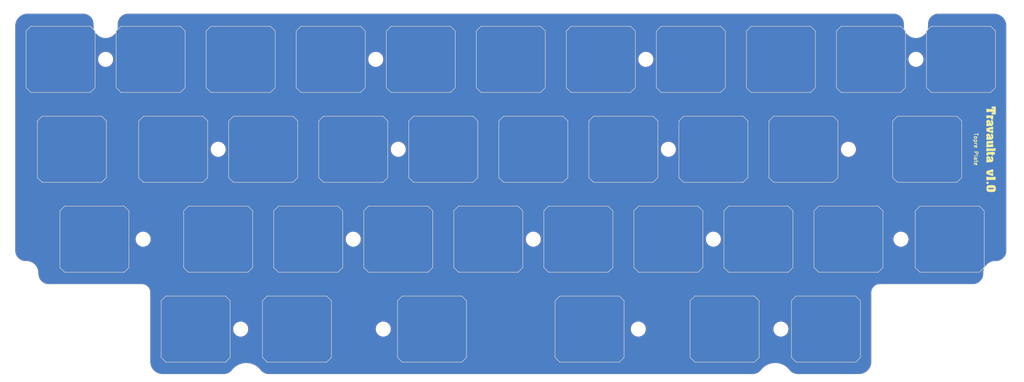
<source format=kicad_pcb>
(kicad_pcb (version 20221018) (generator pcbnew)
  (layers (0 "F.Cu" signal) (31 "B.Cu" signal) (34 "B.Paste" user) (35 "F.Paste" user) (36 "B.SilkS" user "B.Silkscreen") (37 "F.SilkS" user "F.Silkscreen") (38 "B.Mask" user) (39 "F.Mask" user) (44 "Edge.Cuts" user))
  (net 0 "")
  (net 1 "GND")
  (footprint "cipulot_parts:ecs_plate_cut_1U" (layer "F.Cu") (at 215.9 114.3)
    (fp_text reference "REF**")
    (fp_text value "Value " hide)
    (fp_line (start -7.3 -6) (end -7.3 6) (stroke (width 0.12)) (layer "Edge.Cuts"))
    (fp_line (start -7.3 6) (end -6.3 7) (stroke (width 0.12)) (layer "Edge.Cuts"))
    (fp_line (start -6.3 -7) (end -7.3 -6) (stroke (width 0.12)) (layer "Edge.Cuts"))
    (fp_line (start -6.3 7) (end 6.3 7) (stroke (width 0.12)) (layer "Edge.Cuts"))
    (fp_line (start 6.3 -7) (end -6.3 -7) (stroke (width 0.12)) (layer "Edge.Cuts"))
    (fp_line (start 6.3 -7) (end 7.3 -6) (stroke (width 0.12)) (layer "Edge.Cuts"))
    (fp_line (start 6.3 7) (end 7.3 6) (stroke (width 0.12)) (layer "Edge.Cuts"))
    (fp_line (start 7.3 6) (end 7.3 -6) (stroke (width 0.12)) (layer "Edge.Cuts"))
  )
  (footprint "cipulot_parts:HOLE_M2" (layer "F.Cu") (at 115.8875 95.25)
    (fp_text reference "H5" hide)
    (fp_text value "MountingHole" hide)
    (pad "" np_thru_hole circle (at 0 0) (size 2.2 2.2) (drill 2.2) (layers "*.Cu" "*.Mask" "F.SilkS") (clearance 0.5))
  )
  (footprint "cipulot_parts:ecs_plate_cut_1U" (layer "F.Cu") (at 220.6625 95.25)
    (fp_text reference "REF**")
    (fp_text value "Value " hide)
    (fp_line (start -7.3 -6) (end -7.3 6) (stroke (width 0.12)) (layer "Edge.Cuts"))
    (fp_line (start -7.3 6) (end -6.3 7) (stroke (width 0.12)) (layer "Edge.Cuts"))
    (fp_line (start -6.3 -7) (end -7.3 -6) (stroke (width 0.12)) (layer "Edge.Cuts"))
    (fp_line (start -6.3 7) (end 6.3 7) (stroke (width 0.12)) (layer "Edge.Cuts"))
    (fp_line (start 6.3 -7) (end -6.3 -7) (stroke (width 0.12)) (layer "Edge.Cuts"))
    (fp_line (start 6.3 -7) (end 7.3 -6) (stroke (width 0.12)) (layer "Edge.Cuts"))
    (fp_line (start 6.3 7) (end 7.3 6) (stroke (width 0.12)) (layer "Edge.Cuts"))
    (fp_line (start 7.3 6) (end 7.3 -6) (stroke (width 0.12)) (layer "Edge.Cuts"))
  )
  (footprint "cipulot_parts:ecs_plate_cut_1U" (layer "F.Cu") (at 132.555 114.3)
    (fp_text reference "REF**")
    (fp_text value "Value " hide)
    (fp_line (start -7.3 -6) (end -7.3 6) (stroke (width 0.12)) (layer "Edge.Cuts"))
    (fp_line (start -7.3 6) (end -6.3 7) (stroke (width 0.12)) (layer "Edge.Cuts"))
    (fp_line (start -6.3 -7) (end -7.3 -6) (stroke (width 0.12)) (layer "Edge.Cuts"))
    (fp_line (start -6.3 7) (end 6.3 7) (stroke (width 0.12)) (layer "Edge.Cuts"))
    (fp_line (start 6.3 -7) (end -6.3 -7) (stroke (width 0.12)) (layer "Edge.Cuts"))
    (fp_line (start 6.3 -7) (end 7.3 -6) (stroke (width 0.12)) (layer "Edge.Cuts"))
    (fp_line (start 6.3 7) (end 7.3 6) (stroke (width 0.12)) (layer "Edge.Cuts"))
    (fp_line (start 7.3 6) (end 7.3 -6) (stroke (width 0.12)) (layer "Edge.Cuts"))
  )
  (footprint "cipulot_parts:ecs_plate_cut_1U" (layer "F.Cu") (at 173.0375 76.2)
    (fp_text reference "REF**")
    (fp_text value "Value " hide)
    (fp_line (start -7.3 -6) (end -7.3 6) (stroke (width 0.12)) (layer "Edge.Cuts"))
    (fp_line (start -7.3 6) (end -6.3 7) (stroke (width 0.12)) (layer "Edge.Cuts"))
    (fp_line (start -6.3 -7) (end -7.3 -6) (stroke (width 0.12)) (layer "Edge.Cuts"))
    (fp_line (start -6.3 7) (end 6.3 7) (stroke (width 0.12)) (layer "Edge.Cuts"))
    (fp_line (start 6.3 -7) (end -6.3 -7) (stroke (width 0.12)) (layer "Edge.Cuts"))
    (fp_line (start 6.3 -7) (end 7.3 -6) (stroke (width 0.12)) (layer "Edge.Cuts"))
    (fp_line (start 6.3 7) (end 7.3 6) (stroke (width 0.12)) (layer "Edge.Cuts"))
    (fp_line (start 7.3 6) (end 7.3 -6) (stroke (width 0.12)) (layer "Edge.Cuts"))
  )
  (footprint "cipulot_parts:ecs_plate_cut_1U" (layer "F.Cu") (at 103.98 114.3)
    (fp_text reference "REF**")
    (fp_text value "Value " hide)
    (fp_line (start -7.3 -6) (end -7.3 6) (stroke (width 0.12)) (layer "Edge.Cuts"))
    (fp_line (start -7.3 6) (end -6.3 7) (stroke (width 0.12)) (layer "Edge.Cuts"))
    (fp_line (start -6.3 -7) (end -7.3 -6) (stroke (width 0.12)) (layer "Edge.Cuts"))
    (fp_line (start -6.3 7) (end 6.3 7) (stroke (width 0.12)) (layer "Edge.Cuts"))
    (fp_line (start 6.3 -7) (end -6.3 -7) (stroke (width 0.12)) (layer "Edge.Cuts"))
    (fp_line (start 6.3 -7) (end 7.3 -6) (stroke (width 0.12)) (layer "Edge.Cuts"))
    (fp_line (start 6.3 7) (end 7.3 6) (stroke (width 0.12)) (layer "Edge.Cuts"))
    (fp_line (start 7.3 6) (end 7.3 -6) (stroke (width 0.12)) (layer "Edge.Cuts"))
  )
  (footprint "cipulot_parts:ecs_plate_cut_1U" (layer "F.Cu") (at 115.8875 76.2)
    (fp_text reference "REF**")
    (fp_text value "Value " hide)
    (fp_line (start -7.3 -6) (end -7.3 6) (stroke (width 0.12)) (layer "Edge.Cuts"))
    (fp_line (start -7.3 6) (end -6.3 7) (stroke (width 0.12)) (layer "Edge.Cuts"))
    (fp_line (start -6.3 -7) (end -7.3 -6) (stroke (width 0.12)) (layer "Edge.Cuts"))
    (fp_line (start -6.3 7) (end 6.3 7) (stroke (width 0.12)) (layer "Edge.Cuts"))
    (fp_line (start 6.3 -7) (end -6.3 -7) (stroke (width 0.12)) (layer "Edge.Cuts"))
    (fp_line (start 6.3 -7) (end 7.3 -6) (stroke (width 0.12)) (layer "Edge.Cuts"))
    (fp_line (start 6.3 7) (end 7.3 6) (stroke (width 0.12)) (layer "Edge.Cuts"))
    (fp_line (start 7.3 6) (end 7.3 -6) (stroke (width 0.12)) (layer "Edge.Cuts"))
  )
  (footprint "cipulot_parts:ecs_plate_cut_1U" (layer "F.Cu") (at 82.55 114.3)
    (fp_text reference "REF**")
    (fp_text value "Value " hide)
    (fp_line (start -7.3 -6) (end -7.3 6) (stroke (width 0.12)) (layer "Edge.Cuts"))
    (fp_line (start -7.3 6) (end -6.3 7) (stroke (width 0.12)) (layer "Edge.Cuts"))
    (fp_line (start -6.3 -7) (end -7.3 -6) (stroke (width 0.12)) (layer "Edge.Cuts"))
    (fp_line (start -6.3 7) (end 6.3 7) (stroke (width 0.12)) (layer "Edge.Cuts"))
    (fp_line (start 6.3 -7) (end -6.3 -7) (stroke (width 0.12)) (layer "Edge.Cuts"))
    (fp_line (start 6.3 -7) (end 7.3 -6) (stroke (width 0.12)) (layer "Edge.Cuts"))
    (fp_line (start 6.3 7) (end 7.3 6) (stroke (width 0.12)) (layer "Edge.Cuts"))
    (fp_line (start 7.3 6) (end 7.3 -6) (stroke (width 0.12)) (layer "Edge.Cuts"))
  )
  (footprint "cipulot_parts:ecs_plate_cut_1U" (layer "F.Cu") (at 56.358 76.2)
    (fp_text reference "REF**")
    (fp_text value "Value " hide)
    (fp_line (start -7.3 -6) (end -7.3 6) (stroke (width 0.12)) (layer "Edge.Cuts"))
    (fp_line (start -7.3 6) (end -6.3 7) (stroke (width 0.12)) (layer "Edge.Cuts"))
    (fp_line (start -6.3 -7) (end -7.3 -6) (stroke (width 0.12)) (layer "Edge.Cuts"))
    (fp_line (start -6.3 7) (end 6.3 7) (stroke (width 0.12)) (layer "Edge.Cuts"))
    (fp_line (start 6.3 -7) (end -6.3 -7) (stroke (width 0.12)) (layer "Edge.Cuts"))
    (fp_line (start 6.3 -7) (end 7.3 -6) (stroke (width 0.12)) (layer "Edge.Cuts"))
    (fp_line (start 6.3 7) (end 7.3 6) (stroke (width 0.12)) (layer "Edge.Cuts"))
    (fp_line (start 7.3 6) (end 7.3 -6) (stroke (width 0.12)) (layer "Edge.Cuts"))
  )
  (footprint "cipulot_parts:ecs_plate_cut_1U" (layer "F.Cu") (at 77.7875 76.2)
    (fp_text reference "REF**")
    (fp_text value "Value " hide)
    (fp_line (start -7.3 -6) (end -7.3 6) (stroke (width 0.12)) (layer "Edge.Cuts"))
    (fp_line (start -7.3 6) (end -6.3 7) (stroke (width 0.12)) (layer "Edge.Cuts"))
    (fp_line (start -6.3 -7) (end -7.3 -6) (stroke (width 0.12)) (layer "Edge.Cuts"))
    (fp_line (start -6.3 7) (end 6.3 7) (stroke (width 0.12)) (layer "Edge.Cuts"))
    (fp_line (start 6.3 -7) (end -6.3 -7) (stroke (width 0.12)) (layer "Edge.Cuts"))
    (fp_line (start 6.3 -7) (end 7.3 -6) (stroke (width 0.12)) (layer "Edge.Cuts"))
    (fp_line (start 6.3 7) (end 7.3 6) (stroke (width 0.12)) (layer "Edge.Cuts"))
    (fp_line (start 7.3 6) (end 7.3 -6) (stroke (width 0.12)) (layer "Edge.Cuts"))
  )
  (footprint "cipulot_parts:ecs_plate_cut_1U" (layer "F.Cu") (at 237.33 76.2)
    (fp_text reference "REF**")
    (fp_text value "Value " hide)
    (fp_line (start -7.3 -6) (end -7.3 6) (stroke (width 0.12)) (layer "Edge.Cuts"))
    (fp_line (start -7.3 6) (end -6.3 7) (stroke (width 0.12)) (layer "Edge.Cuts"))
    (fp_line (start -6.3 -7) (end -7.3 -6) (stroke (width 0.12)) (layer "Edge.Cuts"))
    (fp_line (start -6.3 7) (end 6.3 7) (stroke (width 0.12)) (layer "Edge.Cuts"))
    (fp_line (start 6.3 -7) (end -6.3 -7) (stroke (width 0.12)) (layer "Edge.Cuts"))
    (fp_line (start 6.3 -7) (end 7.3 -6) (stroke (width 0.12)) (layer "Edge.Cuts"))
    (fp_line (start 6.3 7) (end 7.3 6) (stroke (width 0.12)) (layer "Edge.Cuts"))
    (fp_line (start 7.3 6) (end 7.3 -6) (stroke (width 0.12)) (layer "Edge.Cuts"))
  )
  (footprint "cipulot_parts:ecs_plate_cut_1U" (layer "F.Cu") (at 130.175 57.15)
    (fp_text reference "REF**")
    (fp_text value "Value " hide)
    (fp_line (start -7.3 -6) (end -7.3 6) (stroke (width 0.12)) (layer "Edge.Cuts"))
    (fp_line (start -7.3 6) (end -6.3 7) (stroke (width 0.12)) (layer "Edge.Cuts"))
    (fp_line (start -6.3 -7) (end -7.3 -6) (stroke (width 0.12)) (layer "Edge.Cuts"))
    (fp_line (start -6.3 7) (end 6.3 7) (stroke (width 0.12)) (layer "Edge.Cuts"))
    (fp_line (start 6.3 -7) (end -6.3 -7) (stroke (width 0.12)) (layer "Edge.Cuts"))
    (fp_line (start 6.3 -7) (end 7.3 -6) (stroke (width 0.12)) (layer "Edge.Cuts"))
    (fp_line (start 6.3 7) (end 7.3 6) (stroke (width 0.12)) (layer "Edge.Cuts"))
    (fp_line (start 7.3 6) (end 7.3 -6) (stroke (width 0.12)) (layer "Edge.Cuts"))
  )
  (footprint "cipulot_parts:ecs_plate_cut_1U" (layer "F.Cu") (at 165.892 114.3)
    (fp_text reference "REF**")
    (fp_text value "Value " hide)
    (fp_line (start -7.3 -6) (end -7.3 6) (stroke (width 0.12)) (layer "Edge.Cuts"))
    (fp_line (start -7.3 6) (end -6.3 7) (stroke (width 0.12)) (layer "Edge.Cuts"))
    (fp_line (start -6.3 -7) (end -7.3 -6) (stroke (width 0.12)) (layer "Edge.Cuts"))
    (fp_line (start -6.3 7) (end 6.3 7) (stroke (width 0.12)) (layer "Edge.Cuts"))
    (fp_line (start 6.3 -7) (end -6.3 -7) (stroke (width 0.12)) (layer "Edge.Cuts"))
    (fp_line (start 6.3 -7) (end 7.3 -6) (stroke (width 0.12)) (layer "Edge.Cuts"))
    (fp_line (start 6.3 7) (end 7.3 6) (stroke (width 0.12)) (layer "Edge.Cuts"))
    (fp_line (start 7.3 6) (end 7.3 -6) (stroke (width 0.12)) (layer "Edge.Cuts"))
  )
  (footprint "" (layer "F.Cu") (at 176.2125 114.3)
    (fp_text reference "" (at 0 0) (layer "F.SilkS") (effects (font (size 1.27 1.27))))
    (fp_text value "" (at 0 0) (layer "F.SilkS") (effects (font (size 1.27 1.27))))
    (pad "" np_thru_hole circle (at 0 0) (size 2.2 2.2) (drill 2.2) (layers "*.Cu" "*.Mask" "F.SilkS") (clearance 0.5))
  )
  (footprint "cipulot_parts:ecs_plate_cut_1U" (layer "F.Cu") (at 201.6125 95.25)
    (fp_text reference "REF**")
    (fp_text value "Value " hide)
    (fp_line (start -7.3 -6) (end -7.3 6) (stroke (width 0.12)) (layer "Edge.Cuts"))
    (fp_line (start -7.3 6) (end -6.3 7) (stroke (width 0.12)) (layer "Edge.Cuts"))
    (fp_line (start -6.3 -7) (end -7.3 -6) (stroke (width 0.12)) (layer "Edge.Cuts"))
    (fp_line (start -6.3 7) (end 6.3 7) (stroke (width 0.12)) (layer "Edge.Cuts"))
    (fp_line (start 6.3 -7) (end -6.3 -7) (stroke (width 0.12)) (layer "Edge.Cuts"))
    (fp_line (start 6.3 -7) (end 7.3 -6) (stroke (width 0.12)) (layer "Edge.Cuts"))
    (fp_line (start 6.3 7) (end 7.3 6) (stroke (width 0.12)) (layer "Edge.Cuts"))
    (fp_line (start 7.3 6) (end 7.3 -6) (stroke (width 0.12)) (layer "Edge.Cuts"))
  )
  (footprint "cipulot_parts:ecs_plate_cut_1U" (layer "F.Cu") (at 225.425 57.15)
    (fp_text reference "REF**")
    (fp_text value "Value " hide)
    (fp_line (start -7.3 -6) (end -7.3 6) (stroke (width 0.12)) (layer "Edge.Cuts"))
    (fp_line (start -7.3 6) (end -6.3 7) (stroke (width 0.12)) (layer "Edge.Cuts"))
    (fp_line (start -6.3 -7) (end -7.3 -6) (stroke (width 0.12)) (layer "Edge.Cuts"))
    (fp_line (start -6.3 7) (end 6.3 7) (stroke (width 0.12)) (layer "Edge.Cuts"))
    (fp_line (start 6.3 -7) (end -6.3 -7) (stroke (width 0.12)) (layer "Edge.Cuts"))
    (fp_line (start 6.3 -7) (end 7.3 -6) (stroke (width 0.12)) (layer "Edge.Cuts"))
    (fp_line (start 6.3 7) (end 7.3 6) (stroke (width 0.12)) (layer "Edge.Cuts"))
    (fp_line (start 7.3 6) (end 7.3 -6) (stroke (width 0.12)) (layer "Edge.Cuts"))
  )
  (footprint "cipulot_parts:ecs_plate_cut_1U" (layer "F.Cu") (at 87.3125 95.25)
    (fp_text reference "REF**")
    (fp_text value "Value " hide)
    (fp_line (start -7.3 -6) (end -7.3 6) (stroke (width 0.12)) (layer "Edge.Cuts"))
    (fp_line (start -7.3 6) (end -6.3 7) (stroke (width 0.12)) (layer "Edge.Cuts"))
    (fp_line (start -6.3 -7) (end -7.3 -6) (stroke (width 0.12)) (layer "Edge.Cuts"))
    (fp_line (start -6.3 7) (end 6.3 7) (stroke (width 0.12)) (layer "Edge.Cuts"))
    (fp_line (start 6.3 -7) (end -6.3 -7) (stroke (width 0.12)) (layer "Edge.Cuts"))
    (fp_line (start 6.3 -7) (end 7.3 -6) (stroke (width 0.12)) (layer "Edge.Cuts"))
    (fp_line (start 6.3 7) (end 7.3 6) (stroke (width 0.12)) (layer "Edge.Cuts"))
    (fp_line (start 7.3 6) (end 7.3 -6) (stroke (width 0.12)) (layer "Edge.Cuts"))
  )
  (footprint "" (layer "F.Cu") (at 71.4375 95.25)
    (fp_text reference "" (at 0 0) (layer "F.SilkS") (effects (font (size 1.27 1.27))))
    (fp_text value "" (at 0 0) (layer "F.SilkS") (effects (font (size 1.27 1.27))))
    (pad "" np_thru_hole circle (at 0 0) (size 2.2 2.2) (drill 2.2) (layers "*.Cu" "*.Mask" "F.SilkS") (clearance 0.5))
  )
  (footprint "" (layer "F.Cu") (at 92.075 114.3)
    (fp_text reference "" (at 0 0) (layer "F.SilkS") (effects (font (size 1.27 1.27))))
    (fp_text value "" (at 0 0) (layer "F.SilkS") (effects (font (size 1.27 1.27))))
    (pad "" np_thru_hole circle (at 0 0) (size 2.2 2.2) (drill 2.2) (layers "*.Cu" "*.Mask" "F.SilkS") (clearance 0.5))
  )
  (footprint "" (layer "F.Cu") (at 206.375 114.3)
    (fp_text reference "" (at 0 0) (layer "F.SilkS") (effects (font (size 1.27 1.27))))
    (fp_text value "" (at 0 0) (layer "F.SilkS") (effects (font (size 1.27 1.27))))
    (pad "" np_thru_hole circle (at 0 0) (size 2.2 2.2) (drill 2.2) (layers "*.Cu" "*.Mask" "F.SilkS") (clearance 0.5))
  )
  (footprint "cipulot_parts:ecs_plate_cut_1U" (layer "F.Cu") (at 168.275 57.15)
    (fp_text reference "REF**")
    (fp_text value "Value " hide)
    (fp_line (start -7.3 -6) (end -7.3 6) (stroke (width 0.12)) (layer "Edge.Cuts"))
    (fp_line (start -7.3 6) (end -6.3 7) (stroke (width 0.12)) (layer "Edge.Cuts"))
    (fp_line (start -6.3 -7) (end -7.3 -6) (stroke (width 0.12)) (layer "Edge.Cuts"))
    (fp_line (start -6.3 7) (end 6.3 7) (stroke (width 0.12)) (layer "Edge.Cuts"))
    (fp_line (start 6.3 -7) (end -6.3 -7) (stroke (width 0.12)) (layer "Edge.Cuts"))
    (fp_line (start 6.3 -7) (end 7.3 -6) (stroke (width 0.12)) (layer "Edge.Cuts"))
    (fp_line (start 6.3 7) (end 7.3 6) (stroke (width 0.12)) (layer "Edge.Cuts"))
    (fp_line (start 7.3 6) (end 7.3 -6) (stroke (width 0.12)) (layer "Edge.Cuts"))
  )
  (footprint "cipulot_parts:ecs_plate_cut_1U" (layer "F.Cu") (at 144.4625 95.25)
    (fp_text reference "REF**")
    (fp_text value "Value " hide)
    (fp_line (start -7.3 -6) (end -7.3 6) (stroke (width 0.12)) (layer "Edge.Cuts"))
    (fp_line (start -7.3 6) (end -6.3 7) (stroke (width 0.12)) (layer "Edge.Cuts"))
    (fp_line (start -6.3 -7) (end -7.3 -6) (stroke (width 0.12)) (layer "Edge.Cuts"))
    (fp_line (start -6.3 7) (end 6.3 7) (stroke (width 0.12)) (layer "Edge.Cuts"))
    (fp_line (start 6.3 -7) (end -6.3 -7) (stroke (width 0.12)) (layer "Edge.Cuts"))
    (fp_line (start 6.3 -7) (end 7.3 -6) (stroke (width 0.12)) (layer "Edge.Cuts"))
    (fp_line (start 6.3 7) (end 7.3 6) (stroke (width 0.12)) (layer "Edge.Cuts"))
    (fp_line (start 7.3 6) (end 7.3 -6) (stroke (width 0.12)) (layer "Edge.Cuts"))
  )
  (footprint "cipulot_parts:ecs_plate_cut_1U" (layer "F.Cu") (at 125.4125 95.25)
    (fp_text reference "REF**")
    (fp_text value "Value " hide)
    (fp_line (start -7.3 -6) (end -7.3 6) (stroke (width 0.12)) (layer "Edge.Cuts"))
    (fp_line (start -7.3 6) (end -6.3 7) (stroke (width 0.12)) (layer "Edge.Cuts"))
    (fp_line (start -6.3 -7) (end -7.3 -6) (stroke (width 0.12)) (layer "Edge.Cuts"))
    (fp_line (start -6.3 7) (end 6.3 7) (stroke (width 0.12)) (layer "Edge.Cuts"))
    (fp_line (start 6.3 -7) (end -6.3 -7) (stroke (width 0.12)) (layer "Edge.Cuts"))
    (fp_line (start 6.3 -7) (end 7.3 -6) (stroke (width 0.12)) (layer "Edge.Cuts"))
    (fp_line (start 6.3 7) (end 7.3 6) (stroke (width 0.12)) (layer "Edge.Cuts"))
    (fp_line (start 7.3 6) (end 7.3 -6) (stroke (width 0.12)) (layer "Edge.Cuts"))
  )
  (footprint "cipulot_parts:ecs_plate_cut_1U" (layer "F.Cu") (at 53.975 57.15)
    (fp_text reference "REF**")
    (fp_text value "Value " hide)
    (fp_line (start -7.3 -6) (end -7.3 6) (stroke (width 0.12)) (layer "Edge.Cuts"))
    (fp_line (start -7.3 6) (end -6.3 7) (stroke (width 0.12)) (layer "Edge.Cuts"))
    (fp_line (start -6.3 -7) (end -7.3 -6) (stroke (width 0.12)) (layer "Edge.Cuts"))
    (fp_line (start -6.3 7) (end 6.3 7) (stroke (width 0.12)) (layer "Edge.Cuts"))
    (fp_line (start 6.3 -7) (end -6.3 -7) (stroke (width 0.12)) (layer "Edge.Cuts"))
    (fp_line (start 6.3 -7) (end 7.3 -6) (stroke (width 0.12)) (layer "Edge.Cuts"))
    (fp_line (start 6.3 7) (end 7.3 6) (stroke (width 0.12)) (layer "Edge.Cuts"))
    (fp_line (start 7.3 6) (end 7.3 -6) (stroke (width 0.12)) (layer "Edge.Cuts"))
  )
  (footprint "cipulot_parts:ecs_plate_cut_1U" (layer "F.Cu") (at 211.1375 76.2)
    (fp_text reference "REF**")
    (fp_text value "Value " hide)
    (fp_line (start -7.3 -6) (end -7.3 6) (stroke (width 0.12)) (layer "Edge.Cuts"))
    (fp_line (start -7.3 6) (end -6.3 7) (stroke (width 0.12)) (layer "Edge.Cuts"))
    (fp_line (start -6.3 -7) (end -7.3 -6) (stroke (width 0.12)) (layer "Edge.Cuts"))
    (fp_line (start -6.3 7) (end 6.3 7) (stroke (width 0.12)) (layer "Edge.Cuts"))
    (fp_line (start 6.3 -7) (end -6.3 -7) (stroke (width 0.12)) (layer "Edge.Cuts"))
    (fp_line (start 6.3 -7) (end 7.3 -6) (stroke (width 0.12)) (layer "Edge.Cuts"))
    (fp_line (start 6.3 7) (end 7.3 6) (stroke (width 0.12)) (layer "Edge.Cuts"))
    (fp_line (start 7.3 6) (end 7.3 -6) (stroke (width 0.12)) (layer "Edge.Cuts"))
  )
  (footprint "cipulot_parts:ecs_plate_cut_1U" (layer "F.Cu") (at 96.8375 76.2)
    (fp_text reference "REF**")
    (fp_text value "Value " hide)
    (fp_line (start -7.3 -6) (end -7.3 6) (stroke (width 0.12)) (layer "Edge.Cuts"))
    (fp_line (start -7.3 6) (end -6.3 7) (stroke (width 0.12)) (layer "Edge.Cuts"))
    (fp_line (start -6.3 -7) (end -7.3 -6) (stroke (width 0.12)) (layer "Edge.Cuts"))
    (fp_line (start -6.3 7) (end 6.3 7) (stroke (width 0.12)) (layer "Edge.Cuts"))
    (fp_line (start 6.3 -7) (end -6.3 -7) (stroke (width 0.12)) (layer "Edge.Cuts"))
    (fp_line (start 6.3 -7) (end 7.3 -6) (stroke (width 0.12)) (layer "Edge.Cuts"))
    (fp_line (start 6.3 7) (end 7.3 6) (stroke (width 0.12)) (layer "Edge.Cuts"))
    (fp_line (start 7.3 6) (end 7.3 -6) (stroke (width 0.12)) (layer "Edge.Cuts"))
  )
  (footprint "cipulot_parts:ecs_plate_cut_1U" (layer "F.Cu") (at 163.5125 95.25)
    (fp_text reference "REF**")
    (fp_text value "Value " hide)
    (fp_line (start -7.3 -6) (end -7.3 6) (stroke (width 0.12)) (layer "Edge.Cuts"))
    (fp_line (start -7.3 6) (end -6.3 7) (stroke (width 0.12)) (layer "Edge.Cuts"))
    (fp_line (start -6.3 -7) (end -7.3 -6) (stroke (width 0.12)) (layer "Edge.Cuts"))
    (fp_line (start -6.3 7) (end 6.3 7) (stroke (width 0.12)) (layer "Edge.Cuts"))
    (fp_line (start 6.3 -7) (end -6.3 -7) (stroke (width 0.12)) (layer "Edge.Cuts"))
    (fp_line (start 6.3 -7) (end 7.3 -6) (stroke (width 0.12)) (layer "Edge.Cuts"))
    (fp_line (start 6.3 7) (end 7.3 6) (stroke (width 0.12)) (layer "Edge.Cuts"))
    (fp_line (start 7.3 6) (end 7.3 -6) (stroke (width 0.12)) (layer "Edge.Cuts"))
  )
  (footprint "cipulot_parts:ecs_plate_cut_1U" (layer "F.Cu") (at 192.0875 76.2)
    (fp_text reference "REF**")
    (fp_text value "Value " hide)
    (fp_line (start -7.3 -6) (end -7.3 6) (stroke (width 0.12)) (layer "Edge.Cuts"))
    (fp_line (start -7.3 6) (end -6.3 7) (stroke (width 0.12)) (layer "Edge.Cuts"))
    (fp_line (start -6.3 -7) (end -7.3 -6) (stroke (width 0.12)) (layer "Edge.Cuts"))
    (fp_line (start -6.3 7) (end 6.3 7) (stroke (width 0.12)) (layer "Edge.Cuts"))
    (fp_line (start 6.3 -7) (end -6.3 -7) (stroke (width 0.12)) (layer "Edge.Cuts"))
    (fp_line (start 6.3 -7) (end 7.3 -6) (stroke (width 0.12)) (layer "Edge.Cuts"))
    (fp_line (start 6.3 7) (end 7.3 6) (stroke (width 0.12)) (layer "Edge.Cuts"))
    (fp_line (start 7.3 6) (end 7.3 -6) (stroke (width 0.12)) (layer "Edge.Cuts"))
  )
  (footprint "" (layer "F.Cu") (at 177.8 57.15)
    (fp_text reference "" (at 0 0) (layer "F.SilkS") (effects (font (size 1.27 1.27))))
    (fp_text value "" (at 0 0) (layer "F.SilkS") (effects (font (size 1.27 1.27))))
    (pad "" np_thru_hole circle (at 0 0) (size 2.2 2.2) (drill 2.2) (layers "*.Cu" "*.Mask" "F.SilkS") (clearance 0.5))
  )
  (footprint "cipulot_parts:ecs_plate_cut_1U" (layer "F.Cu") (at 111.125 57.15)
    (fp_text reference "REF**")
    (fp_text value "Value " hide)
    (fp_line (start -7.3 -6) (end -7.3 6) (stroke (width 0.12)) (layer "Edge.Cuts"))
    (fp_line (start -7.3 6) (end -6.3 7) (stroke (width 0.12)) (layer "Edge.Cuts"))
    (fp_line (start -6.3 -7) (end -7.3 -6) (stroke (width 0.12)) (layer "Edge.Cuts"))
    (fp_line (start -6.3 7) (end 6.3 7) (stroke (width 0.12)) (layer "Edge.Cuts"))
    (fp_line (start 6.3 -7) (end -6.3 -7) (stroke (width 0.12)) (layer "Edge.Cuts"))
    (fp_line (start 6.3 -7) (end 7.3 -6) (stroke (width 0.12)) (layer "Edge.Cuts"))
    (fp_line (start 6.3 7) (end 7.3 6) (stroke (width 0.12)) (layer "Edge.Cuts"))
    (fp_line (start 7.3 6) (end 7.3 -6) (stroke (width 0.12)) (layer "Edge.Cuts"))
  )
  (footprint "" (layer "F.Cu") (at 122.2375 114.3)
    (fp_text reference "" (at 0 0) (layer "F.SilkS") (effects (font (size 1.27 1.27))))
    (fp_text value "" (at 0 0) (layer "F.SilkS") (effects (font (size 1.27 1.27))))
    (pad "" np_thru_hole circle (at 0 0) (size 2.2 2.2) (drill 2.2) (layers "*.Cu" "*.Mask" "F.SilkS") (clearance 0.5))
  )
  (footprint "cipulot_parts:ecs_plate_cut_1U" (layer "F.Cu") (at 182.5625 95.25)
    (fp_text reference "REF**")
    (fp_text value "Value " hide)
    (fp_line (start -7.3 -6) (end -7.3 6) (stroke (width 0.12)) (layer "Edge.Cuts"))
    (fp_line (start -7.3 6) (end -6.3 7) (stroke (width 0.12)) (layer "Edge.Cuts"))
    (fp_line (start -6.3 -7) (end -7.3 -6) (stroke (width 0.12)) (layer "Edge.Cuts"))
    (fp_line (start -6.3 7) (end 6.3 7) (stroke (width 0.12)) (layer "Edge.Cuts"))
    (fp_line (start 6.3 -7) (end -6.3 -7) (stroke (width 0.12)) (layer "Edge.Cuts"))
    (fp_line (start 6.3 -7) (end 7.3 -6) (stroke (width 0.12)) (layer "Edge.Cuts"))
    (fp_line (start 6.3 7) (end 7.3 6) (stroke (width 0.12)) (layer "Edge.Cuts"))
    (fp_line (start 7.3 6) (end 7.3 -6) (stroke (width 0.12)) (layer "Edge.Cuts"))
  )
  (footprint "cipulot_parts:ecs_plate_cut_1U" (layer "F.Cu") (at 187.325 57.15)
    (fp_text reference "REF**")
    (fp_text value "Value " hide)
    (fp_line (start -7.3 -6) (end -7.3 6) (stroke (width 0.12)) (layer "Edge.Cuts"))
    (fp_line (start -7.3 6) (end -6.3 7) (stroke (width 0.12)) (layer "Edge.Cuts"))
    (fp_line (start -6.3 -7) (end -7.3 -6) (stroke (width 0.12)) (layer "Edge.Cuts"))
    (fp_line (start -6.3 7) (end 6.3 7) (stroke (width 0.12)) (layer "Edge.Cuts"))
    (fp_line (start 6.3 -7) (end -6.3 -7) (stroke (width 0.12)) (layer "Edge.Cuts"))
    (fp_line (start 6.3 -7) (end 7.3 -6) (stroke (width 0.12)) (layer "Edge.Cuts"))
    (fp_line (start 6.3 7) (end 7.3 6) (stroke (width 0.12)) (layer "Edge.Cuts"))
    (fp_line (start 7.3 6) (end 7.3 -6) (stroke (width 0.12)) (layer "Edge.Cuts"))
  )
  (footprint "" (layer "F.Cu") (at 192.0875 95.25)
    (fp_text reference "" (at 0 0) (layer "F.SilkS") (effects (font (size 1.27 1.27))))
    (fp_text value "" (at 0 0) (layer "F.SilkS") (effects (font (size 1.27 1.27))))
    (pad "" np_thru_hole circle (at 0 0) (size 2.2 2.2) (drill 2.2) (layers "*.Cu" "*.Mask" "F.SilkS") (clearance 0.5))
  )
  (footprint "" (layer "F.Cu") (at 120.65 57.15)
    (fp_text reference "" (at 0 0) (layer "F.SilkS") (effects (font (size 1.27 1.27))))
    (fp_text value "" (at 0 0) (layer "F.SilkS") (effects (font (size 1.27 1.27))))
    (pad "" np_thru_hole circle (at 0 0) (size 2.2 2.2) (drill 2.2) (layers "*.Cu" "*.Mask" "F.SilkS") (clearance 0.5))
  )
  (footprint "LOGO" (layer "F.Cu") (at 250.825 76.2 -90)
    (fp_text reference "G***" hide)
    (fp_text value "LOGO" hide)
  )
  (footprint "" (layer "F.Cu") (at 220.6625 76.2)
    (fp_text reference "" (at 0 0) (layer "F.SilkS") (effects (font (size 1.27 1.27))))
    (fp_text value "" (at 0 0) (layer "F.SilkS") (effects (font (size 1.27 1.27))))
    (pad "" np_thru_hole circle (at 0 0) (size 2.2 2.2) (drill 2.2) (layers "*.Cu" "*.Mask" "F.SilkS") (clearance 0.5))
  )
  (footprint "" (layer "F.Cu") (at 63.5 57.15)
    (fp_text reference "" (at 0 0) (layer "F.SilkS") (effects (font (size 1.27 1.27))))
    (fp_text value "" (at 0 0) (layer "F.SilkS") (effects (font (size 1.27 1.27))))
    (pad "" np_thru_hole circle (at 0 0) (size 2.2 2.2) (drill 2.2) (layers "*.Cu" "*.Mask" "F.SilkS") (clearance 0.5))
  )
  (footprint "cipulot_parts:ecs_plate_cut_1U" (layer "F.Cu") (at 194.47 114.3)
    (fp_text reference "REF**")
    (fp_text value "Value " hide)
    (fp_line (start -7.3 -6) (end -7.3 6) (stroke (width 0.12)) (layer "Edge.Cuts"))
    (fp_line (start -7.3 6) (end -6.3 7) (stroke (width 0.12)) (layer "Edge.Cuts"))
    (fp_line (start -6.3 -7) (end -7.3 -6) (stroke (width 0.12)) (layer "Edge.Cuts"))
    (fp_line (start -6.3 7) (end 6.3 7) (stroke (width 0.12)) (layer "Edge.Cuts"))
    (fp_line (start 6.3 -7) (end -6.3 -7) (stroke (width 0.12)) (layer "Edge.Cuts"))
    (fp_line (start 6.3 -7) (end 7.3 -6) (stroke (width 0.12)) (layer "Edge.Cuts"))
    (fp_line (start 6.3 7) (end 7.3 6) (stroke (width 0.12)) (layer "Edge.Cuts"))
    (fp_line (start 7.3 6) (end 7.3 -6) (stroke (width 0.12)) (layer "Edge.Cuts"))
  )
  (footprint "cipulot_parts:ecs_plate_cut_1U" (layer "F.Cu") (at 244.475 57.15)
    (fp_text reference "REF**")
    (fp_text value "Value " hide)
    (fp_line (start -7.3 -6) (end -7.3 6) (stroke (width 0.12)) (layer "Edge.Cuts"))
    (fp_line (start -7.3 6) (end -6.3 7) (stroke (width 0.12)) (layer "Edge.Cuts"))
    (fp_line (start -6.3 -7) (end -7.3 -6) (stroke (width 0.12)) (layer "Edge.Cuts"))
    (fp_line (start -6.3 7) (end 6.3 7) (stroke (width 0.12)) (layer "Edge.Cuts"))
    (fp_line (start 6.3 -7) (end -6.3 -7) (stroke (width 0.12)) (layer "Edge.Cuts"))
    (fp_line (start 6.3 -7) (end 7.3 -6) (stroke (width 0.12)) (layer "Edge.Cuts"))
    (fp_line (start 6.3 7) (end 7.3 6) (stroke (width 0.12)) (layer "Edge.Cuts"))
    (fp_line (start 7.3 6) (end 7.3 -6) (stroke (width 0.12)) (layer "Edge.Cuts"))
  )
  (footprint "cipulot_parts:ecs_plate_cut_1U" (layer "F.Cu") (at 149.225 57.15)
    (fp_text reference "REF**")
    (fp_text value "Value " hide)
    (fp_line (start -7.3 -6) (end -7.3 6) (stroke (width 0.12)) (layer "Edge.Cuts"))
    (fp_line (start -7.3 6) (end -6.3 7) (stroke (width 0.12)) (layer "Edge.Cuts"))
    (fp_line (start -6.3 -7) (end -7.3 -6) (stroke (width 0.12)) (layer "Edge.Cuts"))
    (fp_line (start -6.3 7) (end 6.3 7) (stroke (width 0.12)) (layer "Edge.Cuts"))
    (fp_line (start 6.3 -7) (end -6.3 -7) (stroke (width 0.12)) (layer "Edge.Cuts"))
    (fp_line (start 6.3 -7) (end 7.3 -6) (stroke (width 0.12)) (layer "Edge.Cuts"))
    (fp_line (start 6.3 7) (end 7.3 6) (stroke (width 0.12)) (layer "Edge.Cuts"))
    (fp_line (start 7.3 6) (end 7.3 -6) (stroke (width 0.12)) (layer "Edge.Cuts"))
  )
  (footprint "cipulot_parts:ecs_plate_cut_1U" (layer "F.Cu") (at 61.12 95.25)
    (fp_text reference "REF**")
    (fp_text value "Value " hide)
    (fp_line (start -7.3 -6) (end -7.3 6) (stroke (width 0.12)) (layer "Edge.Cuts"))
    (fp_line (start -7.3 6) (end -6.3 7) (stroke (width 0.12)) (layer "Edge.Cuts"))
    (fp_line (start -6.3 -7) (end -7.3 -6) (stroke (width 0.12)) (layer "Edge.Cuts"))
    (fp_line (start -6.3 7) (end 6.3 7) (stroke (width 0.12)) (layer "Edge.Cuts"))
    (fp_line (start 6.3 -7) (end -6.3 -7) (stroke (width 0.12)) (layer "Edge.Cuts"))
    (fp_line (start 6.3 -7) (end 7.3 -6) (stroke (width 0.12)) (layer "Edge.Cuts"))
    (fp_line (start 6.3 7) (end 7.3 6) (stroke (width 0.12)) (layer "Edge.Cuts"))
    (fp_line (start 7.3 6) (end 7.3 -6) (stroke (width 0.12)) (layer "Edge.Cuts"))
  )
  (footprint "" (layer "F.Cu") (at 153.9875 95.25)
    (fp_text reference "" (at 0 0) (layer "F.SilkS") (effects (font (size 1.27 1.27))))
    (fp_text value "" (at 0 0) (layer "F.SilkS") (effects (font (size 1.27 1.27))))
    (pad "" np_thru_hole circle (at 0 0) (size 2.2 2.2) (drill 2.2) (layers "*.Cu" "*.Mask" "F.SilkS") (clearance 0.5))
  )
  (footprint "" (layer "F.Cu") (at 87.3125 76.2)
    (fp_text reference "" (at 0 0) (layer "F.SilkS") (effects (font (size 1.27 1.27))))
    (fp_text value "" (at 0 0) (layer "F.SilkS") (effects (font (size 1.27 1.27))))
    (pad "" np_thru_hole circle (at 0 0) (size 2.2 2.2) (drill 2.2) (layers "*.Cu" "*.Mask" "F.SilkS") (clearance 0.5))
  )
  (footprint "cipulot_parts:ecs_plate_cut_1U" (layer "F.Cu") (at 92.075 57.15)
    (fp_text reference "REF**")
    (fp_text value "Value " hide)
    (fp_line (start -7.3 -6) (end -7.3 6) (stroke (width 0.12)) (layer "Edge.Cuts"))
    (fp_line (start -7.3 6) (end -6.3 7) (stroke (width 0.12)) (layer "Edge.Cuts"))
    (fp_line (start -6.3 -7) (end -7.3 -6) (stroke (width 0.12)) (layer "Edge.Cuts"))
    (fp_line (start -6.3 7) (end 6.3 7) (stroke (width 0.12)) (layer "Edge.Cuts"))
    (fp_line (start 6.3 -7) (end -6.3 -7) (stroke (width 0.12)) (layer "Edge.Cuts"))
    (fp_line (start 6.3 -7) (end 7.3 -6) (stroke (width 0.12)) (layer "Edge.Cuts"))
    (fp_line (start 6.3 7) (end 7.3 6) (stroke (width 0.12)) (layer "Edge.Cuts"))
    (fp_line (start 7.3 6) (end 7.3 -6) (stroke (width 0.12)) (layer "Edge.Cuts"))
  )
  (footprint "cipulot_parts:ecs_plate_cut_1U" (layer "F.Cu") (at 73.025 57.15)
    (fp_text reference "REF**")
    (fp_text value "Value " hide)
    (fp_line (start -7.3 -6) (end -7.3 6) (stroke (width 0.12)) (layer "Edge.Cuts"))
    (fp_line (start -7.3 6) (end -6.3 7) (stroke (width 0.12)) (layer "Edge.Cuts"))
    (fp_line (start -6.3 -7) (end -7.3 -6) (stroke (width 0.12)) (layer "Edge.Cuts"))
    (fp_line (start -6.3 7) (end 6.3 7) (stroke (width 0.12)) (layer "Edge.Cuts"))
    (fp_line (start 6.3 -7) (end -6.3 -7) (stroke (width 0.12)) (layer "Edge.Cuts"))
    (fp_line (start 6.3 -7) (end 7.3 -6) (stroke (width 0.12)) (layer "Edge.Cuts"))
    (fp_line (start 6.3 7) (end 7.3 6) (stroke (width 0.12)) (layer "Edge.Cuts"))
    (fp_line (start 7.3 6) (end 7.3 -6) (stroke (width 0.12)) (layer "Edge.Cuts"))
  )
  (footprint "cipulot_parts:ecs_plate_cut_1U" (layer "F.Cu") (at 134.9375 76.2)
    (fp_text reference "REF**")
    (fp_text value "Value " hide)
    (fp_line (start -7.3 -6) (end -7.3 6) (stroke (width 0.12)) (layer "Edge.Cuts"))
    (fp_line (start -7.3 6) (end -6.3 7) (stroke (width 0.12)) (layer "Edge.Cuts"))
    (fp_line (start -6.3 -7) (end -7.3 -6) (stroke (width 0.12)) (layer "Edge.Cuts"))
    (fp_line (start -6.3 7) (end 6.3 7) (stroke (width 0.12)) (layer "Edge.Cuts"))
    (fp_line (start 6.3 -7) (end -6.3 -7) (stroke (width 0.12)) (layer "Edge.Cuts"))
    (fp_line (start 6.3 -7) (end 7.3 -6) (stroke (width 0.12)) (layer "Edge.Cuts"))
    (fp_line (start 6.3 7) (end 7.3 6) (stroke (width 0.12)) (layer "Edge.Cuts"))
    (fp_line (start 7.3 6) (end 7.3 -6) (stroke (width 0.12)) (layer "Edge.Cuts"))
  )
  (footprint "" (layer "F.Cu") (at 231.775 95.25)
    (fp_text reference "" (at 0 0) (layer "F.SilkS") (effects (font (size 1.27 1.27))))
    (fp_text value "" (at 0 0) (layer "F.SilkS") (effects (font (size 1.27 1.27))))
    (pad "" np_thru_hole circle (at 0 0) (size 2.2 2.2) (drill 2.2) (layers "*.Cu" "*.Mask" "F.SilkS") (clearance 0.5))
  )
  (footprint "cipulot_parts:ecs_plate_cut_1U" (layer "F.Cu") (at 242.095 95.25)
    (fp_text reference "REF**")
    (fp_text value "Value " hide)
    (fp_line (start -7.3 -6) (end -7.3 6) (stroke (width 0.12)) (layer "Edge.Cuts"))
    (fp_line (start -7.3 6) (end -6.3 7) (stroke (width 0.12)) (layer "Edge.Cuts"))
    (fp_line (start -6.3 -7) (end -7.3 -6) (stroke (width 0.12)) (layer "Edge.Cuts"))
    (fp_line (start -6.3 7) (end 6.3 7) (stroke (width 0.12)) (layer "Edge.Cuts"))
    (fp_line (start 6.3 -7) (end -6.3 -7) (stroke (width 0.12)) (layer "Edge.Cuts"))
    (fp_line (start 6.3 -7) (end 7.3 -6) (stroke (width 0.12)) (layer "Edge.Cuts"))
    (fp_line (start 6.3 7) (end 7.3 6) (stroke (width 0.12)) (layer "Edge.Cuts"))
    (fp_line (start 7.3 6) (end 7.3 -6) (stroke (width 0.12)) (layer "Edge.Cuts"))
  )
  (footprint "" (layer "F.Cu") (at 234.95 57.15)
    (fp_text reference "" (at 0 0) (layer "F.SilkS") (effects (font (size 1.27 1.27))))
    (fp_text value "" (at 0 0) (layer "F.SilkS") (effects (font (size 1.27 1.27))))
    (pad "" np_thru_hole circle (at 0 0) (size 2.2 2.2) (drill 2.2) (layers "*.Cu" "*.Mask" "F.SilkS") (clearance 0.5))
  )
  (footprint "cipulot_parts:ecs_plate_cut_1U" (layer "F.Cu") (at 106.3625 95.25)
    (fp_text reference "REF**")
    (fp_text value "Value " hide)
    (fp_line (start -7.3 -6) (end -7.3 6) (stroke (width 0.12)) (layer "Edge.Cuts"))
    (fp_line (start -7.3 6) (end -6.3 7) (stroke (width 0.12)) (layer "Edge.Cuts"))
    (fp_line (start -6.3 -7) (end -7.3 -6) (stroke (width 0.12)) (layer "Edge.Cuts"))
    (fp_line (start -6.3 7) (end 6.3 7) (stroke (width 0.12)) (layer "Edge.Cuts"))
    (fp_line (start 6.3 -7) (end -6.3 -7) (stroke (width 0.12)) (layer "Edge.Cuts"))
    (fp_line (start 6.3 -7) (end 7.3 -6) (stroke (width 0.12)) (layer "Edge.Cuts"))
    (fp_line (start 6.3 7) (end 7.3 6) (stroke (width 0.12)) (layer "Edge.Cuts"))
    (fp_line (start 7.3 6) (end 7.3 -6) (stroke (width 0.12)) (layer "Edge.Cuts"))
  )
  (footprint "cipulot_parts:ecs_plate_cut_1U" (layer "F.Cu") (at 206.375 57.15)
    (fp_text reference "REF**")
    (fp_text value "Value " hide)
    (fp_line (start -7.3 -6) (end -7.3 6) (stroke (width 0.12)) (layer "Edge.Cuts"))
    (fp_line (start -7.3 6) (end -6.3 7) (stroke (width 0.12)) (layer "Edge.Cuts"))
    (fp_line (start -6.3 -7) (end -7.3 -6) (stroke (width 0.12)) (layer "Edge.Cuts"))
    (fp_line (start -6.3 7) (end 6.3 7) (stroke (width 0.12)) (layer "Edge.Cuts"))
    (fp_line (start 6.3 -7) (end -6.3 -7) (stroke (width 0.12)) (layer "Edge.Cuts"))
    (fp_line (start 6.3 -7) (end 7.3 -6) (stroke (width 0.12)) (layer "Edge.Cuts"))
    (fp_line (start 6.3 7) (end 7.3 6) (stroke (width 0.12)) (layer "Edge.Cuts"))
    (fp_line (start 7.3 6) (end 7.3 -6) (stroke (width 0.12)) (layer "Edge.Cuts"))
  )
  (footprint "cipulot_parts:ecs_plate_cut_1U" (layer "F.Cu") (at 153.9875 76.2)
    (fp_text reference "REF**")
    (fp_text value "Value " hide)
    (fp_line (start -7.3 -6) (end -7.3 6) (stroke (width 0.12)) (layer "Edge.Cuts"))
    (fp_line (start -7.3 6) (end -6.3 7) (stroke (width 0.12)) (layer "Edge.Cuts"))
    (fp_line (start -6.3 -7) (end -7.3 -6) (stroke (width 0.12)) (layer "Edge.Cuts"))
    (fp_line (start -6.3 7) (end 6.3 7) (stroke (width 0.12)) (layer "Edge.Cuts"))
    (fp_line (start 6.3 -7) (end -6.3 -7) (stroke (width 0.12)) (layer "Edge.Cuts"))
    (fp_line (start 6.3 -7) (end 7.3 -6) (stroke (width 0.12)) (layer "Edge.Cuts"))
    (fp_line (start 6.3 7) (end 7.3 6) (stroke (width 0.12)) (layer "Edge.Cuts"))
    (fp_line (start 7.3 6) (end 7.3 -6) (stroke (width 0.12)) (layer "Edge.Cuts"))
  )
  (footprint "" (layer "F.Cu") (at 182.5625 76.2)
    (fp_text reference "" (at 0 0) (layer "F.SilkS") (effects (font (size 1.27 1.27))))
    (fp_text value "" (at 0 0) (layer "F.SilkS") (effects (font (size 1.27 1.27))))
    (pad "" np_thru_hole circle (at 0 0) (size 2.2 2.2) (drill 2.2) (layers "*.Cu" "*.Mask" "F.SilkS") (clearance 0.5))
  )
  (footprint "" (layer "F.Cu") (at 125.4125 76.2)
    (fp_text reference "" (at 0 0) (layer "F.SilkS") (effects (font (size 1.27 1.27))))
    (fp_text value "" (at 0 0) (layer "F.SilkS") (effects (font (size 1.27 1.27))))
    (pad "" np_thru_hole circle (at 0 0) (size 2.2 2.2) (drill 2.2) (layers "*.Cu" "*.Mask" "F.SilkS") (clearance 0.5))
  )
  (gr_arc locked (start 237.500001 49.675) (mid 238.144372 48.119371) (end 239.7 47.475001) (stroke (width 0.05)) (layer "Edge.Cuts"))
  (gr_line locked (start 85.470568 47.474999) (end 79.640568 47.474999) (stroke (width 0.05)) (layer "Edge.Cuts"))
  (gr_arc locked (start 90.257292 122.969097) (mid 93.265625 121.49072) (end 96.273958 122.969097) (stroke (width 0.05)) (layer "Edge.Cuts"))
  (gr_line locked (start 72.95 106.575) (end 72.95 121.224999) (stroke (width 0.05)) (layer "Edge.Cuts"))
  (gr_line locked (start 98.015625 123.825) (end 200.434375 123.825) (stroke (width 0.05)) (layer "Edge.Cuts"))
  (gr_line locked (start 251.474999 47.474999) (end 239.7 47.475001) (stroke (width 0.05)) (layer "Edge.Cuts"))
  (gr_line locked (start 46.575 99.884) (end 46.716 99.884) (stroke (width 0.05)) (layer "Edge.Cuts"))
  (gr_arc locked (start 66.05 49.675) (mid 66.694371 48.119372) (end 68.249999 47.474999) (stroke (width 0.05)) (layer "Edge.Cuts"))
  (gr_line locked (start 209.934375 123.825) (end 222.9 123.825) (stroke (width 0.05)) (layer "Edge.Cuts"))
  (gr_arc locked (start 202.176041 122.969097) (mid 205.184375 121.490719) (end 208.192708 122.969097) (stroke (width 0.05)) (layer "Edge.Cuts"))
  (gr_arc locked (start 230.200001 47.474999) (mid 231.755646 48.119357) (end 232.4 49.675) (stroke (width 0.05)) (layer "Edge.Cuts"))
  (gr_arc locked (start 66.05 50.075) (mid 63.499999 52.624976) (end 60.949999 50.074999) (stroke (width 0.05)) (layer "Edge.Cuts"))
  (gr_line locked (start 225.5 121.224999) (end 225.5 106.575) (stroke (width 0.05)) (layer "Edge.Cuts"))
  (gr_line locked (start 249.184374 102.574999) (end 249.184374 102.433999) (stroke (width 0.05)) (layer "Edge.Cuts"))
  (gr_line locked (start 58.75 47.475001) (end 46.975 47.474999) (stroke (width 0.05)) (layer "Edge.Cuts"))
  (gr_arc locked (start 249.184374 102.574999) (mid 248.54 104.130605) (end 246.984375 104.774998) (stroke (width 0.05)) (layer "Edge.Cuts"))
  (gr_line (start 61.087 50.927) (end 61.087 50.927) (stroke (width 0.05)) (layer "Edge.Cuts"))
  (gr_arc locked (start 71.150001 104.774999) (mid 72.422802 105.302199) (end 72.95 106.575) (stroke (width 0.05)) (layer "Edge.Cuts"))
  (gr_line locked (start 232.4 50.075) (end 232.4 49.675) (stroke (width 0.05)) (layer "Edge.Cuts"))
  (gr_arc locked (start 202.176041 122.969097) (mid 201.404683 123.599469) (end 200.434375 123.825) (stroke (width 0.05)) (layer "Edge.Cuts"))
  (gr_line locked (start 254.075 97.684) (end 254.075 50.075) (stroke (width 0.05)) (layer "Edge.Cuts"))
  (gr_line locked (start 60.949999 50.074999) (end 60.949999 49.675) (stroke (width 0.05)) (layer "Edge.Cuts"))
  (gr_line locked (start 227.299999 104.774999) (end 246.984375 104.774998) (stroke (width 0.05)) (layer "Edge.Cuts"))
  (gr_line locked (start 230.200001 47.474999) (end 85.470568 47.474999) (stroke (width 0.05)) (layer "Edge.Cuts"))
  (gr_arc locked (start 225.5 106.575) (mid 226.027214 105.302214) (end 227.299999 104.774999) (stroke (width 0.05)) (layer "Edge.Cuts"))
  (gr_arc locked (start 225.5 121.224999) (mid 224.738484 123.063483) (end 222.9 123.825) (stroke (width 0.05)) (layer "Edge.Cuts"))
  (gr_arc locked (start 90.257292 122.969097) (mid 89.485929 123.599459) (end 88.515625 123.825) (stroke (width 0.05)) (layer "Edge.Cuts"))
  (gr_arc locked (start 46.716 99.884) (mid 48.519131 100.630869) (end 49.266 102.433999) (stroke (width 0.05)) (layer "Edge.Cuts"))
  (gr_line locked (start 79.640568 47.474999) (end 68.249999 47.474999) (stroke (width 0.05)) (layer "Edge.Cuts"))
  (gr_arc locked (start 251.474999 47.474999) (mid 253.313488 48.236514) (end 254.075 50.075) (stroke (width 0.05)) (layer "Edge.Cuts"))
  (gr_line locked (start 75.55 123.825) (end 88.515625 123.825) (stroke (width 0.05)) (layer "Edge.Cuts"))
  (gr_arc locked (start 44.375 50.075) (mid 45.136508 48.236507) (end 46.975 47.474999) (stroke (width 0.05)) (layer "Edge.Cuts"))
  (gr_arc locked (start 237.500001 50.074999) (mid 234.950005 52.624958) (end 232.4 50.075) (stroke (width 0.05)) (layer "Edge.Cuts"))
  (gr_line locked (start 44.375 50.075) (end 44.375 97.684) (stroke (width 0.05)) (layer "Edge.Cuts"))
  (gr_arc locked (start 209.934375 123.825) (mid 208.964047 123.599508) (end 208.192708 122.969097) (stroke (width 0.05)) (layer "Edge.Cuts"))
  (gr_arc locked (start 75.55 123.825) (mid 73.711531 123.063469) (end 72.95 121.224999) (stroke (width 0.05)) (layer "Edge.Cuts"))
  (gr_arc locked (start 254.075 97.684) (mid 253.430641 99.23964) (end 251.875 99.884) (stroke (width 0.05)) (layer "Edge.Cuts"))
  (gr_arc locked (start 98.015625 123.825) (mid 97.045319 123.599465) (end 96.273958 122.969097) (stroke (width 0.05)) (layer "Edge.Cuts"))
  (gr_line locked (start 251.734375 99.884) (end 251.875 99.884) (stroke (width 0.05)) (layer "Edge.Cuts"))
  (gr_arc locked (start 51.466 104.774999) (mid 49.910375 104.130625) (end 49.266 102.575) (stroke (width 0.05)) (layer "Edge.Cuts"))
  (gr_line locked (start 66.05 49.675) (end 66.05 50.075) (stroke (width 0.05)) (layer "Edge.Cuts"))
  (gr_arc locked (start 58.75 47.475001) (mid 60.305643 48.119357) (end 60.949999 49.675) (stroke (width 0.05)) (layer "Edge.Cuts"))
  (gr_line locked (start 237.500001 49.675) (end 237.500001 50.074999) (stroke (width 0.05)) (layer "Edge.Cuts"))
  (gr_line locked (start 49.266 102.433999) (end 49.266 102.575) (stroke (width 0.05)) (layer "Edge.Cuts"))
  (gr_arc locked (start 46.575 99.884) (mid 45.019374 99.239626) (end 44.375 97.684) (stroke (width 0.05)) (layer "Edge.Cuts"))
  (gr_line locked (start 51.466 104.774999) (end 71.150001 104.774999) (stroke (width 0.05)) (layer "Edge.Cuts"))
  (gr_arc locked (start 249.184374 102.433999) (mid 249.931233 100.630857) (end 251.734375 99.884) (stroke (width 0.05)) (layer "Edge.Cuts"))
  (gr_text "Topre Plate" (at 247.65 76.2 270) (layer "F.SilkS") (effects (font (size 0.8 0.8))))
  (zone (net 1) (net_name "GND") (layers "F&B.Cu") (connect_pads (clearance 0)) (min_thickness 0.254) (fill yes (thermal_gap 0.508) (thermal_bridge_width 0.508) (island_removal_mode 1) (island_area_min 0))
    (polygon (pts (xy 257.81 44.704) (xy 257.81 125.476) (xy 41.148 125.222) (xy 41.148 44.577)))
  )
)
</source>
